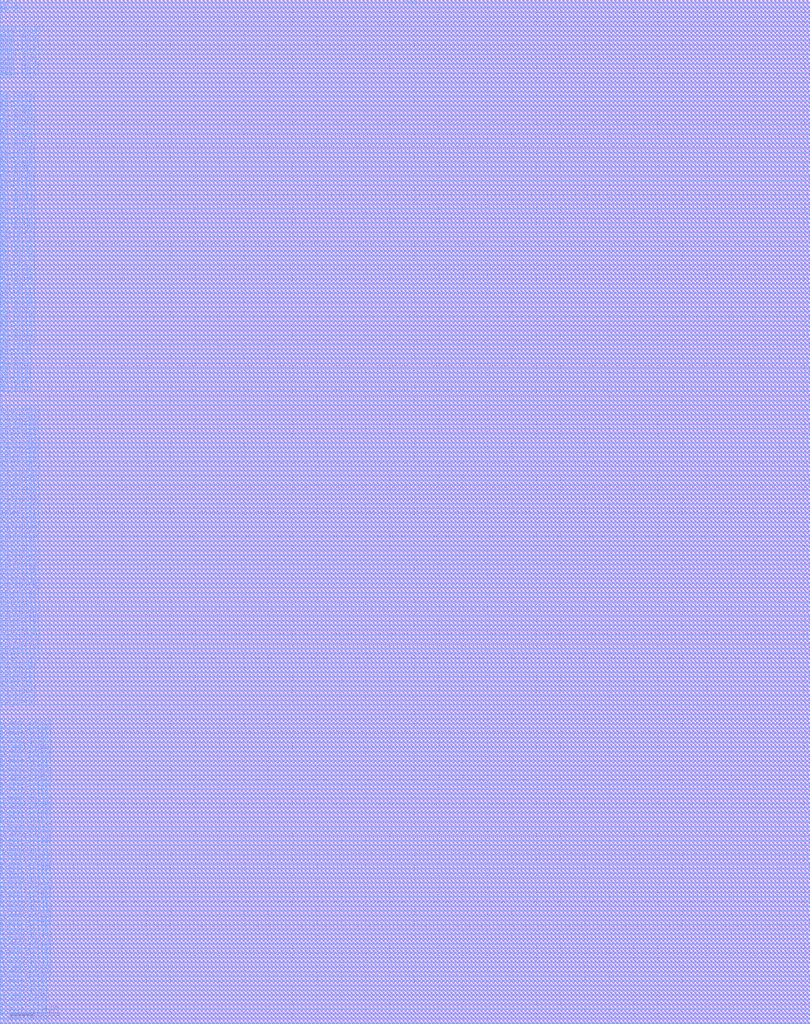
<source format=lef>
# Generated by FakeRAM 2.0
VERSION 5.7 ;
BUSBITCHARS "[]" ;
PROPERTYDEFINITIONS
  MACRO width INTEGER ;
  MACRO depth INTEGER ;
  MACRO banks INTEGER ;
END PROPERTYDEFINITIONS
MACRO fakeram7_sp_2048x64
  PROPERTY width 64 ;
  PROPERTY depth 2048 ;
  PROPERTY banks 8 ;
  FOREIGN fakeram7_sp_2048x64 0 0 ;
  SYMMETRY X Y ;
  SIZE 66.500 BY 84.000 ;
  CLASS BLOCK ;
  PIN w_mask_in[0]
    DIRECTION INPUT ;
    USE SIGNAL ;
    SHAPE ABUTMENT ;
    PORT
      LAYER M4 ;
      RECT 0.000 0.048 0.024 0.072 ;
    END
  END w_mask_in[0]
  PIN w_mask_in[1]
    DIRECTION INPUT ;
    USE SIGNAL ;
    SHAPE ABUTMENT ;
    PORT
      LAYER M4 ;
      RECT 0.000 0.432 0.024 0.456 ;
    END
  END w_mask_in[1]
  PIN w_mask_in[2]
    DIRECTION INPUT ;
    USE SIGNAL ;
    SHAPE ABUTMENT ;
    PORT
      LAYER M4 ;
      RECT 0.000 0.816 0.024 0.840 ;
    END
  END w_mask_in[2]
  PIN w_mask_in[3]
    DIRECTION INPUT ;
    USE SIGNAL ;
    SHAPE ABUTMENT ;
    PORT
      LAYER M4 ;
      RECT 0.000 1.200 0.024 1.224 ;
    END
  END w_mask_in[3]
  PIN w_mask_in[4]
    DIRECTION INPUT ;
    USE SIGNAL ;
    SHAPE ABUTMENT ;
    PORT
      LAYER M4 ;
      RECT 0.000 1.584 0.024 1.608 ;
    END
  END w_mask_in[4]
  PIN w_mask_in[5]
    DIRECTION INPUT ;
    USE SIGNAL ;
    SHAPE ABUTMENT ;
    PORT
      LAYER M4 ;
      RECT 0.000 1.968 0.024 1.992 ;
    END
  END w_mask_in[5]
  PIN w_mask_in[6]
    DIRECTION INPUT ;
    USE SIGNAL ;
    SHAPE ABUTMENT ;
    PORT
      LAYER M4 ;
      RECT 0.000 2.352 0.024 2.376 ;
    END
  END w_mask_in[6]
  PIN w_mask_in[7]
    DIRECTION INPUT ;
    USE SIGNAL ;
    SHAPE ABUTMENT ;
    PORT
      LAYER M4 ;
      RECT 0.000 2.736 0.024 2.760 ;
    END
  END w_mask_in[7]
  PIN w_mask_in[8]
    DIRECTION INPUT ;
    USE SIGNAL ;
    SHAPE ABUTMENT ;
    PORT
      LAYER M4 ;
      RECT 0.000 3.120 0.024 3.144 ;
    END
  END w_mask_in[8]
  PIN w_mask_in[9]
    DIRECTION INPUT ;
    USE SIGNAL ;
    SHAPE ABUTMENT ;
    PORT
      LAYER M4 ;
      RECT 0.000 3.504 0.024 3.528 ;
    END
  END w_mask_in[9]
  PIN w_mask_in[10]
    DIRECTION INPUT ;
    USE SIGNAL ;
    SHAPE ABUTMENT ;
    PORT
      LAYER M4 ;
      RECT 0.000 3.888 0.024 3.912 ;
    END
  END w_mask_in[10]
  PIN w_mask_in[11]
    DIRECTION INPUT ;
    USE SIGNAL ;
    SHAPE ABUTMENT ;
    PORT
      LAYER M4 ;
      RECT 0.000 4.272 0.024 4.296 ;
    END
  END w_mask_in[11]
  PIN w_mask_in[12]
    DIRECTION INPUT ;
    USE SIGNAL ;
    SHAPE ABUTMENT ;
    PORT
      LAYER M4 ;
      RECT 0.000 4.656 0.024 4.680 ;
    END
  END w_mask_in[12]
  PIN w_mask_in[13]
    DIRECTION INPUT ;
    USE SIGNAL ;
    SHAPE ABUTMENT ;
    PORT
      LAYER M4 ;
      RECT 0.000 5.040 0.024 5.064 ;
    END
  END w_mask_in[13]
  PIN w_mask_in[14]
    DIRECTION INPUT ;
    USE SIGNAL ;
    SHAPE ABUTMENT ;
    PORT
      LAYER M4 ;
      RECT 0.000 5.424 0.024 5.448 ;
    END
  END w_mask_in[14]
  PIN w_mask_in[15]
    DIRECTION INPUT ;
    USE SIGNAL ;
    SHAPE ABUTMENT ;
    PORT
      LAYER M4 ;
      RECT 0.000 5.808 0.024 5.832 ;
    END
  END w_mask_in[15]
  PIN w_mask_in[16]
    DIRECTION INPUT ;
    USE SIGNAL ;
    SHAPE ABUTMENT ;
    PORT
      LAYER M4 ;
      RECT 0.000 6.192 0.024 6.216 ;
    END
  END w_mask_in[16]
  PIN w_mask_in[17]
    DIRECTION INPUT ;
    USE SIGNAL ;
    SHAPE ABUTMENT ;
    PORT
      LAYER M4 ;
      RECT 0.000 6.576 0.024 6.600 ;
    END
  END w_mask_in[17]
  PIN w_mask_in[18]
    DIRECTION INPUT ;
    USE SIGNAL ;
    SHAPE ABUTMENT ;
    PORT
      LAYER M4 ;
      RECT 0.000 6.960 0.024 6.984 ;
    END
  END w_mask_in[18]
  PIN w_mask_in[19]
    DIRECTION INPUT ;
    USE SIGNAL ;
    SHAPE ABUTMENT ;
    PORT
      LAYER M4 ;
      RECT 0.000 7.344 0.024 7.368 ;
    END
  END w_mask_in[19]
  PIN w_mask_in[20]
    DIRECTION INPUT ;
    USE SIGNAL ;
    SHAPE ABUTMENT ;
    PORT
      LAYER M4 ;
      RECT 0.000 7.728 0.024 7.752 ;
    END
  END w_mask_in[20]
  PIN w_mask_in[21]
    DIRECTION INPUT ;
    USE SIGNAL ;
    SHAPE ABUTMENT ;
    PORT
      LAYER M4 ;
      RECT 0.000 8.112 0.024 8.136 ;
    END
  END w_mask_in[21]
  PIN w_mask_in[22]
    DIRECTION INPUT ;
    USE SIGNAL ;
    SHAPE ABUTMENT ;
    PORT
      LAYER M4 ;
      RECT 0.000 8.496 0.024 8.520 ;
    END
  END w_mask_in[22]
  PIN w_mask_in[23]
    DIRECTION INPUT ;
    USE SIGNAL ;
    SHAPE ABUTMENT ;
    PORT
      LAYER M4 ;
      RECT 0.000 8.880 0.024 8.904 ;
    END
  END w_mask_in[23]
  PIN w_mask_in[24]
    DIRECTION INPUT ;
    USE SIGNAL ;
    SHAPE ABUTMENT ;
    PORT
      LAYER M4 ;
      RECT 0.000 9.264 0.024 9.288 ;
    END
  END w_mask_in[24]
  PIN w_mask_in[25]
    DIRECTION INPUT ;
    USE SIGNAL ;
    SHAPE ABUTMENT ;
    PORT
      LAYER M4 ;
      RECT 0.000 9.648 0.024 9.672 ;
    END
  END w_mask_in[25]
  PIN w_mask_in[26]
    DIRECTION INPUT ;
    USE SIGNAL ;
    SHAPE ABUTMENT ;
    PORT
      LAYER M4 ;
      RECT 0.000 10.032 0.024 10.056 ;
    END
  END w_mask_in[26]
  PIN w_mask_in[27]
    DIRECTION INPUT ;
    USE SIGNAL ;
    SHAPE ABUTMENT ;
    PORT
      LAYER M4 ;
      RECT 0.000 10.416 0.024 10.440 ;
    END
  END w_mask_in[27]
  PIN w_mask_in[28]
    DIRECTION INPUT ;
    USE SIGNAL ;
    SHAPE ABUTMENT ;
    PORT
      LAYER M4 ;
      RECT 0.000 10.800 0.024 10.824 ;
    END
  END w_mask_in[28]
  PIN w_mask_in[29]
    DIRECTION INPUT ;
    USE SIGNAL ;
    SHAPE ABUTMENT ;
    PORT
      LAYER M4 ;
      RECT 0.000 11.184 0.024 11.208 ;
    END
  END w_mask_in[29]
  PIN w_mask_in[30]
    DIRECTION INPUT ;
    USE SIGNAL ;
    SHAPE ABUTMENT ;
    PORT
      LAYER M4 ;
      RECT 0.000 11.568 0.024 11.592 ;
    END
  END w_mask_in[30]
  PIN w_mask_in[31]
    DIRECTION INPUT ;
    USE SIGNAL ;
    SHAPE ABUTMENT ;
    PORT
      LAYER M4 ;
      RECT 0.000 11.952 0.024 11.976 ;
    END
  END w_mask_in[31]
  PIN w_mask_in[32]
    DIRECTION INPUT ;
    USE SIGNAL ;
    SHAPE ABUTMENT ;
    PORT
      LAYER M4 ;
      RECT 0.000 12.336 0.024 12.360 ;
    END
  END w_mask_in[32]
  PIN w_mask_in[33]
    DIRECTION INPUT ;
    USE SIGNAL ;
    SHAPE ABUTMENT ;
    PORT
      LAYER M4 ;
      RECT 0.000 12.720 0.024 12.744 ;
    END
  END w_mask_in[33]
  PIN w_mask_in[34]
    DIRECTION INPUT ;
    USE SIGNAL ;
    SHAPE ABUTMENT ;
    PORT
      LAYER M4 ;
      RECT 0.000 13.104 0.024 13.128 ;
    END
  END w_mask_in[34]
  PIN w_mask_in[35]
    DIRECTION INPUT ;
    USE SIGNAL ;
    SHAPE ABUTMENT ;
    PORT
      LAYER M4 ;
      RECT 0.000 13.488 0.024 13.512 ;
    END
  END w_mask_in[35]
  PIN w_mask_in[36]
    DIRECTION INPUT ;
    USE SIGNAL ;
    SHAPE ABUTMENT ;
    PORT
      LAYER M4 ;
      RECT 0.000 13.872 0.024 13.896 ;
    END
  END w_mask_in[36]
  PIN w_mask_in[37]
    DIRECTION INPUT ;
    USE SIGNAL ;
    SHAPE ABUTMENT ;
    PORT
      LAYER M4 ;
      RECT 0.000 14.256 0.024 14.280 ;
    END
  END w_mask_in[37]
  PIN w_mask_in[38]
    DIRECTION INPUT ;
    USE SIGNAL ;
    SHAPE ABUTMENT ;
    PORT
      LAYER M4 ;
      RECT 0.000 14.640 0.024 14.664 ;
    END
  END w_mask_in[38]
  PIN w_mask_in[39]
    DIRECTION INPUT ;
    USE SIGNAL ;
    SHAPE ABUTMENT ;
    PORT
      LAYER M4 ;
      RECT 0.000 15.024 0.024 15.048 ;
    END
  END w_mask_in[39]
  PIN w_mask_in[40]
    DIRECTION INPUT ;
    USE SIGNAL ;
    SHAPE ABUTMENT ;
    PORT
      LAYER M4 ;
      RECT 0.000 15.408 0.024 15.432 ;
    END
  END w_mask_in[40]
  PIN w_mask_in[41]
    DIRECTION INPUT ;
    USE SIGNAL ;
    SHAPE ABUTMENT ;
    PORT
      LAYER M4 ;
      RECT 0.000 15.792 0.024 15.816 ;
    END
  END w_mask_in[41]
  PIN w_mask_in[42]
    DIRECTION INPUT ;
    USE SIGNAL ;
    SHAPE ABUTMENT ;
    PORT
      LAYER M4 ;
      RECT 0.000 16.176 0.024 16.200 ;
    END
  END w_mask_in[42]
  PIN w_mask_in[43]
    DIRECTION INPUT ;
    USE SIGNAL ;
    SHAPE ABUTMENT ;
    PORT
      LAYER M4 ;
      RECT 0.000 16.560 0.024 16.584 ;
    END
  END w_mask_in[43]
  PIN w_mask_in[44]
    DIRECTION INPUT ;
    USE SIGNAL ;
    SHAPE ABUTMENT ;
    PORT
      LAYER M4 ;
      RECT 0.000 16.944 0.024 16.968 ;
    END
  END w_mask_in[44]
  PIN w_mask_in[45]
    DIRECTION INPUT ;
    USE SIGNAL ;
    SHAPE ABUTMENT ;
    PORT
      LAYER M4 ;
      RECT 0.000 17.328 0.024 17.352 ;
    END
  END w_mask_in[45]
  PIN w_mask_in[46]
    DIRECTION INPUT ;
    USE SIGNAL ;
    SHAPE ABUTMENT ;
    PORT
      LAYER M4 ;
      RECT 0.000 17.712 0.024 17.736 ;
    END
  END w_mask_in[46]
  PIN w_mask_in[47]
    DIRECTION INPUT ;
    USE SIGNAL ;
    SHAPE ABUTMENT ;
    PORT
      LAYER M4 ;
      RECT 0.000 18.096 0.024 18.120 ;
    END
  END w_mask_in[47]
  PIN w_mask_in[48]
    DIRECTION INPUT ;
    USE SIGNAL ;
    SHAPE ABUTMENT ;
    PORT
      LAYER M4 ;
      RECT 0.000 18.480 0.024 18.504 ;
    END
  END w_mask_in[48]
  PIN w_mask_in[49]
    DIRECTION INPUT ;
    USE SIGNAL ;
    SHAPE ABUTMENT ;
    PORT
      LAYER M4 ;
      RECT 0.000 18.864 0.024 18.888 ;
    END
  END w_mask_in[49]
  PIN w_mask_in[50]
    DIRECTION INPUT ;
    USE SIGNAL ;
    SHAPE ABUTMENT ;
    PORT
      LAYER M4 ;
      RECT 0.000 19.248 0.024 19.272 ;
    END
  END w_mask_in[50]
  PIN w_mask_in[51]
    DIRECTION INPUT ;
    USE SIGNAL ;
    SHAPE ABUTMENT ;
    PORT
      LAYER M4 ;
      RECT 0.000 19.632 0.024 19.656 ;
    END
  END w_mask_in[51]
  PIN w_mask_in[52]
    DIRECTION INPUT ;
    USE SIGNAL ;
    SHAPE ABUTMENT ;
    PORT
      LAYER M4 ;
      RECT 0.000 20.016 0.024 20.040 ;
    END
  END w_mask_in[52]
  PIN w_mask_in[53]
    DIRECTION INPUT ;
    USE SIGNAL ;
    SHAPE ABUTMENT ;
    PORT
      LAYER M4 ;
      RECT 0.000 20.400 0.024 20.424 ;
    END
  END w_mask_in[53]
  PIN w_mask_in[54]
    DIRECTION INPUT ;
    USE SIGNAL ;
    SHAPE ABUTMENT ;
    PORT
      LAYER M4 ;
      RECT 0.000 20.784 0.024 20.808 ;
    END
  END w_mask_in[54]
  PIN w_mask_in[55]
    DIRECTION INPUT ;
    USE SIGNAL ;
    SHAPE ABUTMENT ;
    PORT
      LAYER M4 ;
      RECT 0.000 21.168 0.024 21.192 ;
    END
  END w_mask_in[55]
  PIN w_mask_in[56]
    DIRECTION INPUT ;
    USE SIGNAL ;
    SHAPE ABUTMENT ;
    PORT
      LAYER M4 ;
      RECT 0.000 21.552 0.024 21.576 ;
    END
  END w_mask_in[56]
  PIN w_mask_in[57]
    DIRECTION INPUT ;
    USE SIGNAL ;
    SHAPE ABUTMENT ;
    PORT
      LAYER M4 ;
      RECT 0.000 21.936 0.024 21.960 ;
    END
  END w_mask_in[57]
  PIN w_mask_in[58]
    DIRECTION INPUT ;
    USE SIGNAL ;
    SHAPE ABUTMENT ;
    PORT
      LAYER M4 ;
      RECT 0.000 22.320 0.024 22.344 ;
    END
  END w_mask_in[58]
  PIN w_mask_in[59]
    DIRECTION INPUT ;
    USE SIGNAL ;
    SHAPE ABUTMENT ;
    PORT
      LAYER M4 ;
      RECT 0.000 22.704 0.024 22.728 ;
    END
  END w_mask_in[59]
  PIN w_mask_in[60]
    DIRECTION INPUT ;
    USE SIGNAL ;
    SHAPE ABUTMENT ;
    PORT
      LAYER M4 ;
      RECT 0.000 23.088 0.024 23.112 ;
    END
  END w_mask_in[60]
  PIN w_mask_in[61]
    DIRECTION INPUT ;
    USE SIGNAL ;
    SHAPE ABUTMENT ;
    PORT
      LAYER M4 ;
      RECT 0.000 23.472 0.024 23.496 ;
    END
  END w_mask_in[61]
  PIN w_mask_in[62]
    DIRECTION INPUT ;
    USE SIGNAL ;
    SHAPE ABUTMENT ;
    PORT
      LAYER M4 ;
      RECT 0.000 23.856 0.024 23.880 ;
    END
  END w_mask_in[62]
  PIN w_mask_in[63]
    DIRECTION INPUT ;
    USE SIGNAL ;
    SHAPE ABUTMENT ;
    PORT
      LAYER M4 ;
      RECT 0.000 24.240 0.024 24.264 ;
    END
  END w_mask_in[63]
  PIN rd_out[0]
    DIRECTION OUTPUT ;
    USE SIGNAL ;
    SHAPE ABUTMENT ;
    PORT
      LAYER M4 ;
      RECT 0.000 25.824 0.024 25.848 ;
    END
  END rd_out[0]
  PIN rd_out[1]
    DIRECTION OUTPUT ;
    USE SIGNAL ;
    SHAPE ABUTMENT ;
    PORT
      LAYER M4 ;
      RECT 0.000 26.208 0.024 26.232 ;
    END
  END rd_out[1]
  PIN rd_out[2]
    DIRECTION OUTPUT ;
    USE SIGNAL ;
    SHAPE ABUTMENT ;
    PORT
      LAYER M4 ;
      RECT 0.000 26.592 0.024 26.616 ;
    END
  END rd_out[2]
  PIN rd_out[3]
    DIRECTION OUTPUT ;
    USE SIGNAL ;
    SHAPE ABUTMENT ;
    PORT
      LAYER M4 ;
      RECT 0.000 26.976 0.024 27.000 ;
    END
  END rd_out[3]
  PIN rd_out[4]
    DIRECTION OUTPUT ;
    USE SIGNAL ;
    SHAPE ABUTMENT ;
    PORT
      LAYER M4 ;
      RECT 0.000 27.360 0.024 27.384 ;
    END
  END rd_out[4]
  PIN rd_out[5]
    DIRECTION OUTPUT ;
    USE SIGNAL ;
    SHAPE ABUTMENT ;
    PORT
      LAYER M4 ;
      RECT 0.000 27.744 0.024 27.768 ;
    END
  END rd_out[5]
  PIN rd_out[6]
    DIRECTION OUTPUT ;
    USE SIGNAL ;
    SHAPE ABUTMENT ;
    PORT
      LAYER M4 ;
      RECT 0.000 28.128 0.024 28.152 ;
    END
  END rd_out[6]
  PIN rd_out[7]
    DIRECTION OUTPUT ;
    USE SIGNAL ;
    SHAPE ABUTMENT ;
    PORT
      LAYER M4 ;
      RECT 0.000 28.512 0.024 28.536 ;
    END
  END rd_out[7]
  PIN rd_out[8]
    DIRECTION OUTPUT ;
    USE SIGNAL ;
    SHAPE ABUTMENT ;
    PORT
      LAYER M4 ;
      RECT 0.000 28.896 0.024 28.920 ;
    END
  END rd_out[8]
  PIN rd_out[9]
    DIRECTION OUTPUT ;
    USE SIGNAL ;
    SHAPE ABUTMENT ;
    PORT
      LAYER M4 ;
      RECT 0.000 29.280 0.024 29.304 ;
    END
  END rd_out[9]
  PIN rd_out[10]
    DIRECTION OUTPUT ;
    USE SIGNAL ;
    SHAPE ABUTMENT ;
    PORT
      LAYER M4 ;
      RECT 0.000 29.664 0.024 29.688 ;
    END
  END rd_out[10]
  PIN rd_out[11]
    DIRECTION OUTPUT ;
    USE SIGNAL ;
    SHAPE ABUTMENT ;
    PORT
      LAYER M4 ;
      RECT 0.000 30.048 0.024 30.072 ;
    END
  END rd_out[11]
  PIN rd_out[12]
    DIRECTION OUTPUT ;
    USE SIGNAL ;
    SHAPE ABUTMENT ;
    PORT
      LAYER M4 ;
      RECT 0.000 30.432 0.024 30.456 ;
    END
  END rd_out[12]
  PIN rd_out[13]
    DIRECTION OUTPUT ;
    USE SIGNAL ;
    SHAPE ABUTMENT ;
    PORT
      LAYER M4 ;
      RECT 0.000 30.816 0.024 30.840 ;
    END
  END rd_out[13]
  PIN rd_out[14]
    DIRECTION OUTPUT ;
    USE SIGNAL ;
    SHAPE ABUTMENT ;
    PORT
      LAYER M4 ;
      RECT 0.000 31.200 0.024 31.224 ;
    END
  END rd_out[14]
  PIN rd_out[15]
    DIRECTION OUTPUT ;
    USE SIGNAL ;
    SHAPE ABUTMENT ;
    PORT
      LAYER M4 ;
      RECT 0.000 31.584 0.024 31.608 ;
    END
  END rd_out[15]
  PIN rd_out[16]
    DIRECTION OUTPUT ;
    USE SIGNAL ;
    SHAPE ABUTMENT ;
    PORT
      LAYER M4 ;
      RECT 0.000 31.968 0.024 31.992 ;
    END
  END rd_out[16]
  PIN rd_out[17]
    DIRECTION OUTPUT ;
    USE SIGNAL ;
    SHAPE ABUTMENT ;
    PORT
      LAYER M4 ;
      RECT 0.000 32.352 0.024 32.376 ;
    END
  END rd_out[17]
  PIN rd_out[18]
    DIRECTION OUTPUT ;
    USE SIGNAL ;
    SHAPE ABUTMENT ;
    PORT
      LAYER M4 ;
      RECT 0.000 32.736 0.024 32.760 ;
    END
  END rd_out[18]
  PIN rd_out[19]
    DIRECTION OUTPUT ;
    USE SIGNAL ;
    SHAPE ABUTMENT ;
    PORT
      LAYER M4 ;
      RECT 0.000 33.120 0.024 33.144 ;
    END
  END rd_out[19]
  PIN rd_out[20]
    DIRECTION OUTPUT ;
    USE SIGNAL ;
    SHAPE ABUTMENT ;
    PORT
      LAYER M4 ;
      RECT 0.000 33.504 0.024 33.528 ;
    END
  END rd_out[20]
  PIN rd_out[21]
    DIRECTION OUTPUT ;
    USE SIGNAL ;
    SHAPE ABUTMENT ;
    PORT
      LAYER M4 ;
      RECT 0.000 33.888 0.024 33.912 ;
    END
  END rd_out[21]
  PIN rd_out[22]
    DIRECTION OUTPUT ;
    USE SIGNAL ;
    SHAPE ABUTMENT ;
    PORT
      LAYER M4 ;
      RECT 0.000 34.272 0.024 34.296 ;
    END
  END rd_out[22]
  PIN rd_out[23]
    DIRECTION OUTPUT ;
    USE SIGNAL ;
    SHAPE ABUTMENT ;
    PORT
      LAYER M4 ;
      RECT 0.000 34.656 0.024 34.680 ;
    END
  END rd_out[23]
  PIN rd_out[24]
    DIRECTION OUTPUT ;
    USE SIGNAL ;
    SHAPE ABUTMENT ;
    PORT
      LAYER M4 ;
      RECT 0.000 35.040 0.024 35.064 ;
    END
  END rd_out[24]
  PIN rd_out[25]
    DIRECTION OUTPUT ;
    USE SIGNAL ;
    SHAPE ABUTMENT ;
    PORT
      LAYER M4 ;
      RECT 0.000 35.424 0.024 35.448 ;
    END
  END rd_out[25]
  PIN rd_out[26]
    DIRECTION OUTPUT ;
    USE SIGNAL ;
    SHAPE ABUTMENT ;
    PORT
      LAYER M4 ;
      RECT 0.000 35.808 0.024 35.832 ;
    END
  END rd_out[26]
  PIN rd_out[27]
    DIRECTION OUTPUT ;
    USE SIGNAL ;
    SHAPE ABUTMENT ;
    PORT
      LAYER M4 ;
      RECT 0.000 36.192 0.024 36.216 ;
    END
  END rd_out[27]
  PIN rd_out[28]
    DIRECTION OUTPUT ;
    USE SIGNAL ;
    SHAPE ABUTMENT ;
    PORT
      LAYER M4 ;
      RECT 0.000 36.576 0.024 36.600 ;
    END
  END rd_out[28]
  PIN rd_out[29]
    DIRECTION OUTPUT ;
    USE SIGNAL ;
    SHAPE ABUTMENT ;
    PORT
      LAYER M4 ;
      RECT 0.000 36.960 0.024 36.984 ;
    END
  END rd_out[29]
  PIN rd_out[30]
    DIRECTION OUTPUT ;
    USE SIGNAL ;
    SHAPE ABUTMENT ;
    PORT
      LAYER M4 ;
      RECT 0.000 37.344 0.024 37.368 ;
    END
  END rd_out[30]
  PIN rd_out[31]
    DIRECTION OUTPUT ;
    USE SIGNAL ;
    SHAPE ABUTMENT ;
    PORT
      LAYER M4 ;
      RECT 0.000 37.728 0.024 37.752 ;
    END
  END rd_out[31]
  PIN rd_out[32]
    DIRECTION OUTPUT ;
    USE SIGNAL ;
    SHAPE ABUTMENT ;
    PORT
      LAYER M4 ;
      RECT 0.000 38.112 0.024 38.136 ;
    END
  END rd_out[32]
  PIN rd_out[33]
    DIRECTION OUTPUT ;
    USE SIGNAL ;
    SHAPE ABUTMENT ;
    PORT
      LAYER M4 ;
      RECT 0.000 38.496 0.024 38.520 ;
    END
  END rd_out[33]
  PIN rd_out[34]
    DIRECTION OUTPUT ;
    USE SIGNAL ;
    SHAPE ABUTMENT ;
    PORT
      LAYER M4 ;
      RECT 0.000 38.880 0.024 38.904 ;
    END
  END rd_out[34]
  PIN rd_out[35]
    DIRECTION OUTPUT ;
    USE SIGNAL ;
    SHAPE ABUTMENT ;
    PORT
      LAYER M4 ;
      RECT 0.000 39.264 0.024 39.288 ;
    END
  END rd_out[35]
  PIN rd_out[36]
    DIRECTION OUTPUT ;
    USE SIGNAL ;
    SHAPE ABUTMENT ;
    PORT
      LAYER M4 ;
      RECT 0.000 39.648 0.024 39.672 ;
    END
  END rd_out[36]
  PIN rd_out[37]
    DIRECTION OUTPUT ;
    USE SIGNAL ;
    SHAPE ABUTMENT ;
    PORT
      LAYER M4 ;
      RECT 0.000 40.032 0.024 40.056 ;
    END
  END rd_out[37]
  PIN rd_out[38]
    DIRECTION OUTPUT ;
    USE SIGNAL ;
    SHAPE ABUTMENT ;
    PORT
      LAYER M4 ;
      RECT 0.000 40.416 0.024 40.440 ;
    END
  END rd_out[38]
  PIN rd_out[39]
    DIRECTION OUTPUT ;
    USE SIGNAL ;
    SHAPE ABUTMENT ;
    PORT
      LAYER M4 ;
      RECT 0.000 40.800 0.024 40.824 ;
    END
  END rd_out[39]
  PIN rd_out[40]
    DIRECTION OUTPUT ;
    USE SIGNAL ;
    SHAPE ABUTMENT ;
    PORT
      LAYER M4 ;
      RECT 0.000 41.184 0.024 41.208 ;
    END
  END rd_out[40]
  PIN rd_out[41]
    DIRECTION OUTPUT ;
    USE SIGNAL ;
    SHAPE ABUTMENT ;
    PORT
      LAYER M4 ;
      RECT 0.000 41.568 0.024 41.592 ;
    END
  END rd_out[41]
  PIN rd_out[42]
    DIRECTION OUTPUT ;
    USE SIGNAL ;
    SHAPE ABUTMENT ;
    PORT
      LAYER M4 ;
      RECT 0.000 41.952 0.024 41.976 ;
    END
  END rd_out[42]
  PIN rd_out[43]
    DIRECTION OUTPUT ;
    USE SIGNAL ;
    SHAPE ABUTMENT ;
    PORT
      LAYER M4 ;
      RECT 0.000 42.336 0.024 42.360 ;
    END
  END rd_out[43]
  PIN rd_out[44]
    DIRECTION OUTPUT ;
    USE SIGNAL ;
    SHAPE ABUTMENT ;
    PORT
      LAYER M4 ;
      RECT 0.000 42.720 0.024 42.744 ;
    END
  END rd_out[44]
  PIN rd_out[45]
    DIRECTION OUTPUT ;
    USE SIGNAL ;
    SHAPE ABUTMENT ;
    PORT
      LAYER M4 ;
      RECT 0.000 43.104 0.024 43.128 ;
    END
  END rd_out[45]
  PIN rd_out[46]
    DIRECTION OUTPUT ;
    USE SIGNAL ;
    SHAPE ABUTMENT ;
    PORT
      LAYER M4 ;
      RECT 0.000 43.488 0.024 43.512 ;
    END
  END rd_out[46]
  PIN rd_out[47]
    DIRECTION OUTPUT ;
    USE SIGNAL ;
    SHAPE ABUTMENT ;
    PORT
      LAYER M4 ;
      RECT 0.000 43.872 0.024 43.896 ;
    END
  END rd_out[47]
  PIN rd_out[48]
    DIRECTION OUTPUT ;
    USE SIGNAL ;
    SHAPE ABUTMENT ;
    PORT
      LAYER M4 ;
      RECT 0.000 44.256 0.024 44.280 ;
    END
  END rd_out[48]
  PIN rd_out[49]
    DIRECTION OUTPUT ;
    USE SIGNAL ;
    SHAPE ABUTMENT ;
    PORT
      LAYER M4 ;
      RECT 0.000 44.640 0.024 44.664 ;
    END
  END rd_out[49]
  PIN rd_out[50]
    DIRECTION OUTPUT ;
    USE SIGNAL ;
    SHAPE ABUTMENT ;
    PORT
      LAYER M4 ;
      RECT 0.000 45.024 0.024 45.048 ;
    END
  END rd_out[50]
  PIN rd_out[51]
    DIRECTION OUTPUT ;
    USE SIGNAL ;
    SHAPE ABUTMENT ;
    PORT
      LAYER M4 ;
      RECT 0.000 45.408 0.024 45.432 ;
    END
  END rd_out[51]
  PIN rd_out[52]
    DIRECTION OUTPUT ;
    USE SIGNAL ;
    SHAPE ABUTMENT ;
    PORT
      LAYER M4 ;
      RECT 0.000 45.792 0.024 45.816 ;
    END
  END rd_out[52]
  PIN rd_out[53]
    DIRECTION OUTPUT ;
    USE SIGNAL ;
    SHAPE ABUTMENT ;
    PORT
      LAYER M4 ;
      RECT 0.000 46.176 0.024 46.200 ;
    END
  END rd_out[53]
  PIN rd_out[54]
    DIRECTION OUTPUT ;
    USE SIGNAL ;
    SHAPE ABUTMENT ;
    PORT
      LAYER M4 ;
      RECT 0.000 46.560 0.024 46.584 ;
    END
  END rd_out[54]
  PIN rd_out[55]
    DIRECTION OUTPUT ;
    USE SIGNAL ;
    SHAPE ABUTMENT ;
    PORT
      LAYER M4 ;
      RECT 0.000 46.944 0.024 46.968 ;
    END
  END rd_out[55]
  PIN rd_out[56]
    DIRECTION OUTPUT ;
    USE SIGNAL ;
    SHAPE ABUTMENT ;
    PORT
      LAYER M4 ;
      RECT 0.000 47.328 0.024 47.352 ;
    END
  END rd_out[56]
  PIN rd_out[57]
    DIRECTION OUTPUT ;
    USE SIGNAL ;
    SHAPE ABUTMENT ;
    PORT
      LAYER M4 ;
      RECT 0.000 47.712 0.024 47.736 ;
    END
  END rd_out[57]
  PIN rd_out[58]
    DIRECTION OUTPUT ;
    USE SIGNAL ;
    SHAPE ABUTMENT ;
    PORT
      LAYER M4 ;
      RECT 0.000 48.096 0.024 48.120 ;
    END
  END rd_out[58]
  PIN rd_out[59]
    DIRECTION OUTPUT ;
    USE SIGNAL ;
    SHAPE ABUTMENT ;
    PORT
      LAYER M4 ;
      RECT 0.000 48.480 0.024 48.504 ;
    END
  END rd_out[59]
  PIN rd_out[60]
    DIRECTION OUTPUT ;
    USE SIGNAL ;
    SHAPE ABUTMENT ;
    PORT
      LAYER M4 ;
      RECT 0.000 48.864 0.024 48.888 ;
    END
  END rd_out[60]
  PIN rd_out[61]
    DIRECTION OUTPUT ;
    USE SIGNAL ;
    SHAPE ABUTMENT ;
    PORT
      LAYER M4 ;
      RECT 0.000 49.248 0.024 49.272 ;
    END
  END rd_out[61]
  PIN rd_out[62]
    DIRECTION OUTPUT ;
    USE SIGNAL ;
    SHAPE ABUTMENT ;
    PORT
      LAYER M4 ;
      RECT 0.000 49.632 0.024 49.656 ;
    END
  END rd_out[62]
  PIN rd_out[63]
    DIRECTION OUTPUT ;
    USE SIGNAL ;
    SHAPE ABUTMENT ;
    PORT
      LAYER M4 ;
      RECT 0.000 50.016 0.024 50.040 ;
    END
  END rd_out[63]
  PIN wd_in[0]
    DIRECTION INPUT ;
    USE SIGNAL ;
    SHAPE ABUTMENT ;
    PORT
      LAYER M4 ;
      RECT 0.000 51.600 0.024 51.624 ;
    END
  END wd_in[0]
  PIN wd_in[1]
    DIRECTION INPUT ;
    USE SIGNAL ;
    SHAPE ABUTMENT ;
    PORT
      LAYER M4 ;
      RECT 0.000 51.984 0.024 52.008 ;
    END
  END wd_in[1]
  PIN wd_in[2]
    DIRECTION INPUT ;
    USE SIGNAL ;
    SHAPE ABUTMENT ;
    PORT
      LAYER M4 ;
      RECT 0.000 52.368 0.024 52.392 ;
    END
  END wd_in[2]
  PIN wd_in[3]
    DIRECTION INPUT ;
    USE SIGNAL ;
    SHAPE ABUTMENT ;
    PORT
      LAYER M4 ;
      RECT 0.000 52.752 0.024 52.776 ;
    END
  END wd_in[3]
  PIN wd_in[4]
    DIRECTION INPUT ;
    USE SIGNAL ;
    SHAPE ABUTMENT ;
    PORT
      LAYER M4 ;
      RECT 0.000 53.136 0.024 53.160 ;
    END
  END wd_in[4]
  PIN wd_in[5]
    DIRECTION INPUT ;
    USE SIGNAL ;
    SHAPE ABUTMENT ;
    PORT
      LAYER M4 ;
      RECT 0.000 53.520 0.024 53.544 ;
    END
  END wd_in[5]
  PIN wd_in[6]
    DIRECTION INPUT ;
    USE SIGNAL ;
    SHAPE ABUTMENT ;
    PORT
      LAYER M4 ;
      RECT 0.000 53.904 0.024 53.928 ;
    END
  END wd_in[6]
  PIN wd_in[7]
    DIRECTION INPUT ;
    USE SIGNAL ;
    SHAPE ABUTMENT ;
    PORT
      LAYER M4 ;
      RECT 0.000 54.288 0.024 54.312 ;
    END
  END wd_in[7]
  PIN wd_in[8]
    DIRECTION INPUT ;
    USE SIGNAL ;
    SHAPE ABUTMENT ;
    PORT
      LAYER M4 ;
      RECT 0.000 54.672 0.024 54.696 ;
    END
  END wd_in[8]
  PIN wd_in[9]
    DIRECTION INPUT ;
    USE SIGNAL ;
    SHAPE ABUTMENT ;
    PORT
      LAYER M4 ;
      RECT 0.000 55.056 0.024 55.080 ;
    END
  END wd_in[9]
  PIN wd_in[10]
    DIRECTION INPUT ;
    USE SIGNAL ;
    SHAPE ABUTMENT ;
    PORT
      LAYER M4 ;
      RECT 0.000 55.440 0.024 55.464 ;
    END
  END wd_in[10]
  PIN wd_in[11]
    DIRECTION INPUT ;
    USE SIGNAL ;
    SHAPE ABUTMENT ;
    PORT
      LAYER M4 ;
      RECT 0.000 55.824 0.024 55.848 ;
    END
  END wd_in[11]
  PIN wd_in[12]
    DIRECTION INPUT ;
    USE SIGNAL ;
    SHAPE ABUTMENT ;
    PORT
      LAYER M4 ;
      RECT 0.000 56.208 0.024 56.232 ;
    END
  END wd_in[12]
  PIN wd_in[13]
    DIRECTION INPUT ;
    USE SIGNAL ;
    SHAPE ABUTMENT ;
    PORT
      LAYER M4 ;
      RECT 0.000 56.592 0.024 56.616 ;
    END
  END wd_in[13]
  PIN wd_in[14]
    DIRECTION INPUT ;
    USE SIGNAL ;
    SHAPE ABUTMENT ;
    PORT
      LAYER M4 ;
      RECT 0.000 56.976 0.024 57.000 ;
    END
  END wd_in[14]
  PIN wd_in[15]
    DIRECTION INPUT ;
    USE SIGNAL ;
    SHAPE ABUTMENT ;
    PORT
      LAYER M4 ;
      RECT 0.000 57.360 0.024 57.384 ;
    END
  END wd_in[15]
  PIN wd_in[16]
    DIRECTION INPUT ;
    USE SIGNAL ;
    SHAPE ABUTMENT ;
    PORT
      LAYER M4 ;
      RECT 0.000 57.744 0.024 57.768 ;
    END
  END wd_in[16]
  PIN wd_in[17]
    DIRECTION INPUT ;
    USE SIGNAL ;
    SHAPE ABUTMENT ;
    PORT
      LAYER M4 ;
      RECT 0.000 58.128 0.024 58.152 ;
    END
  END wd_in[17]
  PIN wd_in[18]
    DIRECTION INPUT ;
    USE SIGNAL ;
    SHAPE ABUTMENT ;
    PORT
      LAYER M4 ;
      RECT 0.000 58.512 0.024 58.536 ;
    END
  END wd_in[18]
  PIN wd_in[19]
    DIRECTION INPUT ;
    USE SIGNAL ;
    SHAPE ABUTMENT ;
    PORT
      LAYER M4 ;
      RECT 0.000 58.896 0.024 58.920 ;
    END
  END wd_in[19]
  PIN wd_in[20]
    DIRECTION INPUT ;
    USE SIGNAL ;
    SHAPE ABUTMENT ;
    PORT
      LAYER M4 ;
      RECT 0.000 59.280 0.024 59.304 ;
    END
  END wd_in[20]
  PIN wd_in[21]
    DIRECTION INPUT ;
    USE SIGNAL ;
    SHAPE ABUTMENT ;
    PORT
      LAYER M4 ;
      RECT 0.000 59.664 0.024 59.688 ;
    END
  END wd_in[21]
  PIN wd_in[22]
    DIRECTION INPUT ;
    USE SIGNAL ;
    SHAPE ABUTMENT ;
    PORT
      LAYER M4 ;
      RECT 0.000 60.048 0.024 60.072 ;
    END
  END wd_in[22]
  PIN wd_in[23]
    DIRECTION INPUT ;
    USE SIGNAL ;
    SHAPE ABUTMENT ;
    PORT
      LAYER M4 ;
      RECT 0.000 60.432 0.024 60.456 ;
    END
  END wd_in[23]
  PIN wd_in[24]
    DIRECTION INPUT ;
    USE SIGNAL ;
    SHAPE ABUTMENT ;
    PORT
      LAYER M4 ;
      RECT 0.000 60.816 0.024 60.840 ;
    END
  END wd_in[24]
  PIN wd_in[25]
    DIRECTION INPUT ;
    USE SIGNAL ;
    SHAPE ABUTMENT ;
    PORT
      LAYER M4 ;
      RECT 0.000 61.200 0.024 61.224 ;
    END
  END wd_in[25]
  PIN wd_in[26]
    DIRECTION INPUT ;
    USE SIGNAL ;
    SHAPE ABUTMENT ;
    PORT
      LAYER M4 ;
      RECT 0.000 61.584 0.024 61.608 ;
    END
  END wd_in[26]
  PIN wd_in[27]
    DIRECTION INPUT ;
    USE SIGNAL ;
    SHAPE ABUTMENT ;
    PORT
      LAYER M4 ;
      RECT 0.000 61.968 0.024 61.992 ;
    END
  END wd_in[27]
  PIN wd_in[28]
    DIRECTION INPUT ;
    USE SIGNAL ;
    SHAPE ABUTMENT ;
    PORT
      LAYER M4 ;
      RECT 0.000 62.352 0.024 62.376 ;
    END
  END wd_in[28]
  PIN wd_in[29]
    DIRECTION INPUT ;
    USE SIGNAL ;
    SHAPE ABUTMENT ;
    PORT
      LAYER M4 ;
      RECT 0.000 62.736 0.024 62.760 ;
    END
  END wd_in[29]
  PIN wd_in[30]
    DIRECTION INPUT ;
    USE SIGNAL ;
    SHAPE ABUTMENT ;
    PORT
      LAYER M4 ;
      RECT 0.000 63.120 0.024 63.144 ;
    END
  END wd_in[30]
  PIN wd_in[31]
    DIRECTION INPUT ;
    USE SIGNAL ;
    SHAPE ABUTMENT ;
    PORT
      LAYER M4 ;
      RECT 0.000 63.504 0.024 63.528 ;
    END
  END wd_in[31]
  PIN wd_in[32]
    DIRECTION INPUT ;
    USE SIGNAL ;
    SHAPE ABUTMENT ;
    PORT
      LAYER M4 ;
      RECT 0.000 63.888 0.024 63.912 ;
    END
  END wd_in[32]
  PIN wd_in[33]
    DIRECTION INPUT ;
    USE SIGNAL ;
    SHAPE ABUTMENT ;
    PORT
      LAYER M4 ;
      RECT 0.000 64.272 0.024 64.296 ;
    END
  END wd_in[33]
  PIN wd_in[34]
    DIRECTION INPUT ;
    USE SIGNAL ;
    SHAPE ABUTMENT ;
    PORT
      LAYER M4 ;
      RECT 0.000 64.656 0.024 64.680 ;
    END
  END wd_in[34]
  PIN wd_in[35]
    DIRECTION INPUT ;
    USE SIGNAL ;
    SHAPE ABUTMENT ;
    PORT
      LAYER M4 ;
      RECT 0.000 65.040 0.024 65.064 ;
    END
  END wd_in[35]
  PIN wd_in[36]
    DIRECTION INPUT ;
    USE SIGNAL ;
    SHAPE ABUTMENT ;
    PORT
      LAYER M4 ;
      RECT 0.000 65.424 0.024 65.448 ;
    END
  END wd_in[36]
  PIN wd_in[37]
    DIRECTION INPUT ;
    USE SIGNAL ;
    SHAPE ABUTMENT ;
    PORT
      LAYER M4 ;
      RECT 0.000 65.808 0.024 65.832 ;
    END
  END wd_in[37]
  PIN wd_in[38]
    DIRECTION INPUT ;
    USE SIGNAL ;
    SHAPE ABUTMENT ;
    PORT
      LAYER M4 ;
      RECT 0.000 66.192 0.024 66.216 ;
    END
  END wd_in[38]
  PIN wd_in[39]
    DIRECTION INPUT ;
    USE SIGNAL ;
    SHAPE ABUTMENT ;
    PORT
      LAYER M4 ;
      RECT 0.000 66.576 0.024 66.600 ;
    END
  END wd_in[39]
  PIN wd_in[40]
    DIRECTION INPUT ;
    USE SIGNAL ;
    SHAPE ABUTMENT ;
    PORT
      LAYER M4 ;
      RECT 0.000 66.960 0.024 66.984 ;
    END
  END wd_in[40]
  PIN wd_in[41]
    DIRECTION INPUT ;
    USE SIGNAL ;
    SHAPE ABUTMENT ;
    PORT
      LAYER M4 ;
      RECT 0.000 67.344 0.024 67.368 ;
    END
  END wd_in[41]
  PIN wd_in[42]
    DIRECTION INPUT ;
    USE SIGNAL ;
    SHAPE ABUTMENT ;
    PORT
      LAYER M4 ;
      RECT 0.000 67.728 0.024 67.752 ;
    END
  END wd_in[42]
  PIN wd_in[43]
    DIRECTION INPUT ;
    USE SIGNAL ;
    SHAPE ABUTMENT ;
    PORT
      LAYER M4 ;
      RECT 0.000 68.112 0.024 68.136 ;
    END
  END wd_in[43]
  PIN wd_in[44]
    DIRECTION INPUT ;
    USE SIGNAL ;
    SHAPE ABUTMENT ;
    PORT
      LAYER M4 ;
      RECT 0.000 68.496 0.024 68.520 ;
    END
  END wd_in[44]
  PIN wd_in[45]
    DIRECTION INPUT ;
    USE SIGNAL ;
    SHAPE ABUTMENT ;
    PORT
      LAYER M4 ;
      RECT 0.000 68.880 0.024 68.904 ;
    END
  END wd_in[45]
  PIN wd_in[46]
    DIRECTION INPUT ;
    USE SIGNAL ;
    SHAPE ABUTMENT ;
    PORT
      LAYER M4 ;
      RECT 0.000 69.264 0.024 69.288 ;
    END
  END wd_in[46]
  PIN wd_in[47]
    DIRECTION INPUT ;
    USE SIGNAL ;
    SHAPE ABUTMENT ;
    PORT
      LAYER M4 ;
      RECT 0.000 69.648 0.024 69.672 ;
    END
  END wd_in[47]
  PIN wd_in[48]
    DIRECTION INPUT ;
    USE SIGNAL ;
    SHAPE ABUTMENT ;
    PORT
      LAYER M4 ;
      RECT 0.000 70.032 0.024 70.056 ;
    END
  END wd_in[48]
  PIN wd_in[49]
    DIRECTION INPUT ;
    USE SIGNAL ;
    SHAPE ABUTMENT ;
    PORT
      LAYER M4 ;
      RECT 0.000 70.416 0.024 70.440 ;
    END
  END wd_in[49]
  PIN wd_in[50]
    DIRECTION INPUT ;
    USE SIGNAL ;
    SHAPE ABUTMENT ;
    PORT
      LAYER M4 ;
      RECT 0.000 70.800 0.024 70.824 ;
    END
  END wd_in[50]
  PIN wd_in[51]
    DIRECTION INPUT ;
    USE SIGNAL ;
    SHAPE ABUTMENT ;
    PORT
      LAYER M4 ;
      RECT 0.000 71.184 0.024 71.208 ;
    END
  END wd_in[51]
  PIN wd_in[52]
    DIRECTION INPUT ;
    USE SIGNAL ;
    SHAPE ABUTMENT ;
    PORT
      LAYER M4 ;
      RECT 0.000 71.568 0.024 71.592 ;
    END
  END wd_in[52]
  PIN wd_in[53]
    DIRECTION INPUT ;
    USE SIGNAL ;
    SHAPE ABUTMENT ;
    PORT
      LAYER M4 ;
      RECT 0.000 71.952 0.024 71.976 ;
    END
  END wd_in[53]
  PIN wd_in[54]
    DIRECTION INPUT ;
    USE SIGNAL ;
    SHAPE ABUTMENT ;
    PORT
      LAYER M4 ;
      RECT 0.000 72.336 0.024 72.360 ;
    END
  END wd_in[54]
  PIN wd_in[55]
    DIRECTION INPUT ;
    USE SIGNAL ;
    SHAPE ABUTMENT ;
    PORT
      LAYER M4 ;
      RECT 0.000 72.720 0.024 72.744 ;
    END
  END wd_in[55]
  PIN wd_in[56]
    DIRECTION INPUT ;
    USE SIGNAL ;
    SHAPE ABUTMENT ;
    PORT
      LAYER M4 ;
      RECT 0.000 73.104 0.024 73.128 ;
    END
  END wd_in[56]
  PIN wd_in[57]
    DIRECTION INPUT ;
    USE SIGNAL ;
    SHAPE ABUTMENT ;
    PORT
      LAYER M4 ;
      RECT 0.000 73.488 0.024 73.512 ;
    END
  END wd_in[57]
  PIN wd_in[58]
    DIRECTION INPUT ;
    USE SIGNAL ;
    SHAPE ABUTMENT ;
    PORT
      LAYER M4 ;
      RECT 0.000 73.872 0.024 73.896 ;
    END
  END wd_in[58]
  PIN wd_in[59]
    DIRECTION INPUT ;
    USE SIGNAL ;
    SHAPE ABUTMENT ;
    PORT
      LAYER M4 ;
      RECT 0.000 74.256 0.024 74.280 ;
    END
  END wd_in[59]
  PIN wd_in[60]
    DIRECTION INPUT ;
    USE SIGNAL ;
    SHAPE ABUTMENT ;
    PORT
      LAYER M4 ;
      RECT 0.000 74.640 0.024 74.664 ;
    END
  END wd_in[60]
  PIN wd_in[61]
    DIRECTION INPUT ;
    USE SIGNAL ;
    SHAPE ABUTMENT ;
    PORT
      LAYER M4 ;
      RECT 0.000 75.024 0.024 75.048 ;
    END
  END wd_in[61]
  PIN wd_in[62]
    DIRECTION INPUT ;
    USE SIGNAL ;
    SHAPE ABUTMENT ;
    PORT
      LAYER M4 ;
      RECT 0.000 75.408 0.024 75.432 ;
    END
  END wd_in[62]
  PIN wd_in[63]
    DIRECTION INPUT ;
    USE SIGNAL ;
    SHAPE ABUTMENT ;
    PORT
      LAYER M4 ;
      RECT 0.000 75.792 0.024 75.816 ;
    END
  END wd_in[63]
  PIN addr_in[0]
    DIRECTION INPUT ;
    USE SIGNAL ;
    SHAPE ABUTMENT ;
    PORT
      LAYER M4 ;
      RECT 0.000 77.376 0.024 77.400 ;
    END
  END addr_in[0]
  PIN addr_in[1]
    DIRECTION INPUT ;
    USE SIGNAL ;
    SHAPE ABUTMENT ;
    PORT
      LAYER M4 ;
      RECT 0.000 77.760 0.024 77.784 ;
    END
  END addr_in[1]
  PIN addr_in[2]
    DIRECTION INPUT ;
    USE SIGNAL ;
    SHAPE ABUTMENT ;
    PORT
      LAYER M4 ;
      RECT 0.000 78.144 0.024 78.168 ;
    END
  END addr_in[2]
  PIN addr_in[3]
    DIRECTION INPUT ;
    USE SIGNAL ;
    SHAPE ABUTMENT ;
    PORT
      LAYER M4 ;
      RECT 0.000 78.528 0.024 78.552 ;
    END
  END addr_in[3]
  PIN addr_in[4]
    DIRECTION INPUT ;
    USE SIGNAL ;
    SHAPE ABUTMENT ;
    PORT
      LAYER M4 ;
      RECT 0.000 78.912 0.024 78.936 ;
    END
  END addr_in[4]
  PIN addr_in[5]
    DIRECTION INPUT ;
    USE SIGNAL ;
    SHAPE ABUTMENT ;
    PORT
      LAYER M4 ;
      RECT 0.000 79.296 0.024 79.320 ;
    END
  END addr_in[5]
  PIN addr_in[6]
    DIRECTION INPUT ;
    USE SIGNAL ;
    SHAPE ABUTMENT ;
    PORT
      LAYER M4 ;
      RECT 0.000 79.680 0.024 79.704 ;
    END
  END addr_in[6]
  PIN addr_in[7]
    DIRECTION INPUT ;
    USE SIGNAL ;
    SHAPE ABUTMENT ;
    PORT
      LAYER M4 ;
      RECT 0.000 80.064 0.024 80.088 ;
    END
  END addr_in[7]
  PIN addr_in[8]
    DIRECTION INPUT ;
    USE SIGNAL ;
    SHAPE ABUTMENT ;
    PORT
      LAYER M4 ;
      RECT 0.000 80.448 0.024 80.472 ;
    END
  END addr_in[8]
  PIN addr_in[9]
    DIRECTION INPUT ;
    USE SIGNAL ;
    SHAPE ABUTMENT ;
    PORT
      LAYER M4 ;
      RECT 0.000 80.832 0.024 80.856 ;
    END
  END addr_in[9]
  PIN addr_in[10]
    DIRECTION INPUT ;
    USE SIGNAL ;
    SHAPE ABUTMENT ;
    PORT
      LAYER M4 ;
      RECT 0.000 81.216 0.024 81.240 ;
    END
  END addr_in[10]
  PIN we_in
    DIRECTION INPUT ;
    USE SIGNAL ;
    SHAPE ABUTMENT ;
    PORT
      LAYER M4 ;
      RECT 0.000 82.800 0.024 82.824 ;
    END
  END we_in
  PIN ce_in
    DIRECTION INPUT ;
    USE SIGNAL ;
    SHAPE ABUTMENT ;
    PORT
      LAYER M4 ;
      RECT 0.000 83.184 0.024 83.208 ;
    END
  END ce_in
  PIN clk
    DIRECTION INPUT ;
    USE SIGNAL ;
    SHAPE ABUTMENT ;
    PORT
      LAYER M4 ;
      RECT 0.000 83.568 0.024 83.592 ;
    END
  END clk
  PIN VSS
    DIRECTION INOUT ;
    USE GROUND ;
    PORT
      LAYER M4 ;
      RECT 0.048 0.000 66.452 0.096 ;
      RECT 0.048 0.768 66.452 0.864 ;
      RECT 0.048 1.536 66.452 1.632 ;
      RECT 0.048 2.304 66.452 2.400 ;
      RECT 0.048 3.072 66.452 3.168 ;
      RECT 0.048 3.840 66.452 3.936 ;
      RECT 0.048 4.608 66.452 4.704 ;
      RECT 0.048 5.376 66.452 5.472 ;
      RECT 0.048 6.144 66.452 6.240 ;
      RECT 0.048 6.912 66.452 7.008 ;
      RECT 0.048 7.680 66.452 7.776 ;
      RECT 0.048 8.448 66.452 8.544 ;
      RECT 0.048 9.216 66.452 9.312 ;
      RECT 0.048 9.984 66.452 10.080 ;
      RECT 0.048 10.752 66.452 10.848 ;
      RECT 0.048 11.520 66.452 11.616 ;
      RECT 0.048 12.288 66.452 12.384 ;
      RECT 0.048 13.056 66.452 13.152 ;
      RECT 0.048 13.824 66.452 13.920 ;
      RECT 0.048 14.592 66.452 14.688 ;
      RECT 0.048 15.360 66.452 15.456 ;
      RECT 0.048 16.128 66.452 16.224 ;
      RECT 0.048 16.896 66.452 16.992 ;
      RECT 0.048 17.664 66.452 17.760 ;
      RECT 0.048 18.432 66.452 18.528 ;
      RECT 0.048 19.200 66.452 19.296 ;
      RECT 0.048 19.968 66.452 20.064 ;
      RECT 0.048 20.736 66.452 20.832 ;
      RECT 0.048 21.504 66.452 21.600 ;
      RECT 0.048 22.272 66.452 22.368 ;
      RECT 0.048 23.040 66.452 23.136 ;
      RECT 0.048 23.808 66.452 23.904 ;
      RECT 0.048 24.576 66.452 24.672 ;
      RECT 0.048 25.344 66.452 25.440 ;
      RECT 0.048 26.112 66.452 26.208 ;
      RECT 0.048 26.880 66.452 26.976 ;
      RECT 0.048 27.648 66.452 27.744 ;
      RECT 0.048 28.416 66.452 28.512 ;
      RECT 0.048 29.184 66.452 29.280 ;
      RECT 0.048 29.952 66.452 30.048 ;
      RECT 0.048 30.720 66.452 30.816 ;
      RECT 0.048 31.488 66.452 31.584 ;
      RECT 0.048 32.256 66.452 32.352 ;
      RECT 0.048 33.024 66.452 33.120 ;
      RECT 0.048 33.792 66.452 33.888 ;
      RECT 0.048 34.560 66.452 34.656 ;
      RECT 0.048 35.328 66.452 35.424 ;
      RECT 0.048 36.096 66.452 36.192 ;
      RECT 0.048 36.864 66.452 36.960 ;
      RECT 0.048 37.632 66.452 37.728 ;
      RECT 0.048 38.400 66.452 38.496 ;
      RECT 0.048 39.168 66.452 39.264 ;
      RECT 0.048 39.936 66.452 40.032 ;
      RECT 0.048 40.704 66.452 40.800 ;
      RECT 0.048 41.472 66.452 41.568 ;
      RECT 0.048 42.240 66.452 42.336 ;
      RECT 0.048 43.008 66.452 43.104 ;
      RECT 0.048 43.776 66.452 43.872 ;
      RECT 0.048 44.544 66.452 44.640 ;
      RECT 0.048 45.312 66.452 45.408 ;
      RECT 0.048 46.080 66.452 46.176 ;
      RECT 0.048 46.848 66.452 46.944 ;
      RECT 0.048 47.616 66.452 47.712 ;
      RECT 0.048 48.384 66.452 48.480 ;
      RECT 0.048 49.152 66.452 49.248 ;
      RECT 0.048 49.920 66.452 50.016 ;
      RECT 0.048 50.688 66.452 50.784 ;
      RECT 0.048 51.456 66.452 51.552 ;
      RECT 0.048 52.224 66.452 52.320 ;
      RECT 0.048 52.992 66.452 53.088 ;
      RECT 0.048 53.760 66.452 53.856 ;
      RECT 0.048 54.528 66.452 54.624 ;
      RECT 0.048 55.296 66.452 55.392 ;
      RECT 0.048 56.064 66.452 56.160 ;
      RECT 0.048 56.832 66.452 56.928 ;
      RECT 0.048 57.600 66.452 57.696 ;
      RECT 0.048 58.368 66.452 58.464 ;
      RECT 0.048 59.136 66.452 59.232 ;
      RECT 0.048 59.904 66.452 60.000 ;
      RECT 0.048 60.672 66.452 60.768 ;
      RECT 0.048 61.440 66.452 61.536 ;
      RECT 0.048 62.208 66.452 62.304 ;
      RECT 0.048 62.976 66.452 63.072 ;
      RECT 0.048 63.744 66.452 63.840 ;
      RECT 0.048 64.512 66.452 64.608 ;
      RECT 0.048 65.280 66.452 65.376 ;
      RECT 0.048 66.048 66.452 66.144 ;
      RECT 0.048 66.816 66.452 66.912 ;
      RECT 0.048 67.584 66.452 67.680 ;
      RECT 0.048 68.352 66.452 68.448 ;
      RECT 0.048 69.120 66.452 69.216 ;
      RECT 0.048 69.888 66.452 69.984 ;
      RECT 0.048 70.656 66.452 70.752 ;
      RECT 0.048 71.424 66.452 71.520 ;
      RECT 0.048 72.192 66.452 72.288 ;
      RECT 0.048 72.960 66.452 73.056 ;
      RECT 0.048 73.728 66.452 73.824 ;
      RECT 0.048 74.496 66.452 74.592 ;
      RECT 0.048 75.264 66.452 75.360 ;
      RECT 0.048 76.032 66.452 76.128 ;
      RECT 0.048 76.800 66.452 76.896 ;
      RECT 0.048 77.568 66.452 77.664 ;
      RECT 0.048 78.336 66.452 78.432 ;
      RECT 0.048 79.104 66.452 79.200 ;
      RECT 0.048 79.872 66.452 79.968 ;
      RECT 0.048 80.640 66.452 80.736 ;
      RECT 0.048 81.408 66.452 81.504 ;
      RECT 0.048 82.176 66.452 82.272 ;
      RECT 0.048 82.944 66.452 83.040 ;
      RECT 0.048 83.712 66.452 83.808 ;
    END
  END VSS
  PIN VDD
    DIRECTION INOUT ;
    USE POWER ;
    PORT
      LAYER M4 ;
      RECT 0.048 0.384 66.452 0.480 ;
      RECT 0.048 1.152 66.452 1.248 ;
      RECT 0.048 1.920 66.452 2.016 ;
      RECT 0.048 2.688 66.452 2.784 ;
      RECT 0.048 3.456 66.452 3.552 ;
      RECT 0.048 4.224 66.452 4.320 ;
      RECT 0.048 4.992 66.452 5.088 ;
      RECT 0.048 5.760 66.452 5.856 ;
      RECT 0.048 6.528 66.452 6.624 ;
      RECT 0.048 7.296 66.452 7.392 ;
      RECT 0.048 8.064 66.452 8.160 ;
      RECT 0.048 8.832 66.452 8.928 ;
      RECT 0.048 9.600 66.452 9.696 ;
      RECT 0.048 10.368 66.452 10.464 ;
      RECT 0.048 11.136 66.452 11.232 ;
      RECT 0.048 11.904 66.452 12.000 ;
      RECT 0.048 12.672 66.452 12.768 ;
      RECT 0.048 13.440 66.452 13.536 ;
      RECT 0.048 14.208 66.452 14.304 ;
      RECT 0.048 14.976 66.452 15.072 ;
      RECT 0.048 15.744 66.452 15.840 ;
      RECT 0.048 16.512 66.452 16.608 ;
      RECT 0.048 17.280 66.452 17.376 ;
      RECT 0.048 18.048 66.452 18.144 ;
      RECT 0.048 18.816 66.452 18.912 ;
      RECT 0.048 19.584 66.452 19.680 ;
      RECT 0.048 20.352 66.452 20.448 ;
      RECT 0.048 21.120 66.452 21.216 ;
      RECT 0.048 21.888 66.452 21.984 ;
      RECT 0.048 22.656 66.452 22.752 ;
      RECT 0.048 23.424 66.452 23.520 ;
      RECT 0.048 24.192 66.452 24.288 ;
      RECT 0.048 24.960 66.452 25.056 ;
      RECT 0.048 25.728 66.452 25.824 ;
      RECT 0.048 26.496 66.452 26.592 ;
      RECT 0.048 27.264 66.452 27.360 ;
      RECT 0.048 28.032 66.452 28.128 ;
      RECT 0.048 28.800 66.452 28.896 ;
      RECT 0.048 29.568 66.452 29.664 ;
      RECT 0.048 30.336 66.452 30.432 ;
      RECT 0.048 31.104 66.452 31.200 ;
      RECT 0.048 31.872 66.452 31.968 ;
      RECT 0.048 32.640 66.452 32.736 ;
      RECT 0.048 33.408 66.452 33.504 ;
      RECT 0.048 34.176 66.452 34.272 ;
      RECT 0.048 34.944 66.452 35.040 ;
      RECT 0.048 35.712 66.452 35.808 ;
      RECT 0.048 36.480 66.452 36.576 ;
      RECT 0.048 37.248 66.452 37.344 ;
      RECT 0.048 38.016 66.452 38.112 ;
      RECT 0.048 38.784 66.452 38.880 ;
      RECT 0.048 39.552 66.452 39.648 ;
      RECT 0.048 40.320 66.452 40.416 ;
      RECT 0.048 41.088 66.452 41.184 ;
      RECT 0.048 41.856 66.452 41.952 ;
      RECT 0.048 42.624 66.452 42.720 ;
      RECT 0.048 43.392 66.452 43.488 ;
      RECT 0.048 44.160 66.452 44.256 ;
      RECT 0.048 44.928 66.452 45.024 ;
      RECT 0.048 45.696 66.452 45.792 ;
      RECT 0.048 46.464 66.452 46.560 ;
      RECT 0.048 47.232 66.452 47.328 ;
      RECT 0.048 48.000 66.452 48.096 ;
      RECT 0.048 48.768 66.452 48.864 ;
      RECT 0.048 49.536 66.452 49.632 ;
      RECT 0.048 50.304 66.452 50.400 ;
      RECT 0.048 51.072 66.452 51.168 ;
      RECT 0.048 51.840 66.452 51.936 ;
      RECT 0.048 52.608 66.452 52.704 ;
      RECT 0.048 53.376 66.452 53.472 ;
      RECT 0.048 54.144 66.452 54.240 ;
      RECT 0.048 54.912 66.452 55.008 ;
      RECT 0.048 55.680 66.452 55.776 ;
      RECT 0.048 56.448 66.452 56.544 ;
      RECT 0.048 57.216 66.452 57.312 ;
      RECT 0.048 57.984 66.452 58.080 ;
      RECT 0.048 58.752 66.452 58.848 ;
      RECT 0.048 59.520 66.452 59.616 ;
      RECT 0.048 60.288 66.452 60.384 ;
      RECT 0.048 61.056 66.452 61.152 ;
      RECT 0.048 61.824 66.452 61.920 ;
      RECT 0.048 62.592 66.452 62.688 ;
      RECT 0.048 63.360 66.452 63.456 ;
      RECT 0.048 64.128 66.452 64.224 ;
      RECT 0.048 64.896 66.452 64.992 ;
      RECT 0.048 65.664 66.452 65.760 ;
      RECT 0.048 66.432 66.452 66.528 ;
      RECT 0.048 67.200 66.452 67.296 ;
      RECT 0.048 67.968 66.452 68.064 ;
      RECT 0.048 68.736 66.452 68.832 ;
      RECT 0.048 69.504 66.452 69.600 ;
      RECT 0.048 70.272 66.452 70.368 ;
      RECT 0.048 71.040 66.452 71.136 ;
      RECT 0.048 71.808 66.452 71.904 ;
      RECT 0.048 72.576 66.452 72.672 ;
      RECT 0.048 73.344 66.452 73.440 ;
      RECT 0.048 74.112 66.452 74.208 ;
      RECT 0.048 74.880 66.452 74.976 ;
      RECT 0.048 75.648 66.452 75.744 ;
      RECT 0.048 76.416 66.452 76.512 ;
      RECT 0.048 77.184 66.452 77.280 ;
      RECT 0.048 77.952 66.452 78.048 ;
      RECT 0.048 78.720 66.452 78.816 ;
      RECT 0.048 79.488 66.452 79.584 ;
      RECT 0.048 80.256 66.452 80.352 ;
      RECT 0.048 81.024 66.452 81.120 ;
      RECT 0.048 81.792 66.452 81.888 ;
      RECT 0.048 82.560 66.452 82.656 ;
      RECT 0.048 83.328 66.452 83.424 ;
    END
  END VDD
  OBS
    LAYER M1 ;
    RECT 0 0 66.500 84.000 ;
    LAYER M2 ;
    RECT 0 0 66.500 84.000 ;
    LAYER M3 ;
    RECT 0 0 66.500 84.000 ;
    LAYER M4 ;
    RECT 0 0 66.500 84.000 ;
  END
END fakeram7_sp_2048x64

END LIBRARY

</source>
